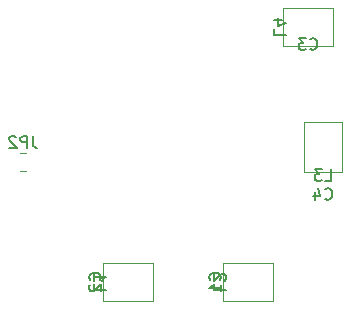
<source format=gbr>
%TF.GenerationSoftware,KiCad,Pcbnew,5.1.10*%
%TF.CreationDate,2022-04-07T14:12:36+02:00*%
%TF.ProjectId,breakoutPcb,62726561-6b6f-4757-9450-63622e6b6963,rev?*%
%TF.SameCoordinates,Original*%
%TF.FileFunction,Legend,Bot*%
%TF.FilePolarity,Positive*%
%FSLAX46Y46*%
G04 Gerber Fmt 4.6, Leading zero omitted, Abs format (unit mm)*
G04 Created by KiCad (PCBNEW 5.1.10) date 2022-04-07 14:12:36*
%MOMM*%
%LPD*%
G01*
G04 APERTURE LIST*
%ADD10C,0.120000*%
%ADD11C,0.150000*%
G04 APERTURE END LIST*
D10*
%TO.C,L4*%
X85530000Y-65710000D02*
X85530000Y-68910000D01*
X89730000Y-65710000D02*
X85530000Y-65710000D01*
X89730000Y-68910000D02*
X89730000Y-65710000D01*
X85530000Y-68910000D02*
X89730000Y-68910000D01*
%TO.C,L3*%
X87300000Y-79570000D02*
X90500000Y-79570000D01*
X87300000Y-75370000D02*
X87300000Y-79570000D01*
X90500000Y-75370000D02*
X87300000Y-75370000D01*
X90500000Y-79570000D02*
X90500000Y-75370000D01*
%TO.C,L2*%
X80450000Y-87300000D02*
X80450000Y-90500000D01*
X84650000Y-87300000D02*
X80450000Y-87300000D01*
X84650000Y-90500000D02*
X84650000Y-87300000D01*
X80450000Y-90500000D02*
X84650000Y-90500000D01*
%TO.C,L1*%
X70290000Y-87300000D02*
X70290000Y-90500000D01*
X74490000Y-87300000D02*
X70290000Y-87300000D01*
X74490000Y-90500000D02*
X74490000Y-87300000D01*
X70290000Y-90500000D02*
X74490000Y-90500000D01*
%TO.C,JP2*%
X63727064Y-78005000D02*
X63272936Y-78005000D01*
X63727064Y-79475000D02*
X63272936Y-79475000D01*
%TO.C,L4*%
D11*
X84752619Y-67476666D02*
X84752619Y-67952857D01*
X85752619Y-67952857D01*
X85419285Y-66714761D02*
X84752619Y-66714761D01*
X85800238Y-66952857D02*
X85085952Y-67190952D01*
X85085952Y-66571904D01*
%TO.C,L3*%
X89066666Y-80347380D02*
X89542857Y-80347380D01*
X89542857Y-79347380D01*
X88828571Y-79347380D02*
X88209523Y-79347380D01*
X88542857Y-79728333D01*
X88400000Y-79728333D01*
X88304761Y-79775952D01*
X88257142Y-79823571D01*
X88209523Y-79918809D01*
X88209523Y-80156904D01*
X88257142Y-80252142D01*
X88304761Y-80299761D01*
X88400000Y-80347380D01*
X88685714Y-80347380D01*
X88780952Y-80299761D01*
X88828571Y-80252142D01*
%TO.C,L2*%
X79672619Y-89066666D02*
X79672619Y-89542857D01*
X80672619Y-89542857D01*
X80577380Y-88780952D02*
X80625000Y-88733333D01*
X80672619Y-88638095D01*
X80672619Y-88400000D01*
X80625000Y-88304761D01*
X80577380Y-88257142D01*
X80482142Y-88209523D01*
X80386904Y-88209523D01*
X80244047Y-88257142D01*
X79672619Y-88828571D01*
X79672619Y-88209523D01*
%TO.C,L1*%
X69512619Y-89066666D02*
X69512619Y-89542857D01*
X70512619Y-89542857D01*
X69512619Y-88209523D02*
X69512619Y-88780952D01*
X69512619Y-88495238D02*
X70512619Y-88495238D01*
X70369761Y-88590476D01*
X70274523Y-88685714D01*
X70226904Y-88780952D01*
%TO.C,JP2*%
X64333333Y-76542380D02*
X64333333Y-77256666D01*
X64380952Y-77399523D01*
X64476190Y-77494761D01*
X64619047Y-77542380D01*
X64714285Y-77542380D01*
X63857142Y-77542380D02*
X63857142Y-76542380D01*
X63476190Y-76542380D01*
X63380952Y-76590000D01*
X63333333Y-76637619D01*
X63285714Y-76732857D01*
X63285714Y-76875714D01*
X63333333Y-76970952D01*
X63380952Y-77018571D01*
X63476190Y-77066190D01*
X63857142Y-77066190D01*
X62904761Y-76637619D02*
X62857142Y-76590000D01*
X62761904Y-76542380D01*
X62523809Y-76542380D01*
X62428571Y-76590000D01*
X62380952Y-76637619D01*
X62333333Y-76732857D01*
X62333333Y-76828095D01*
X62380952Y-76970952D01*
X62952380Y-77542380D01*
X62333333Y-77542380D01*
%TO.C,C4*%
X89066666Y-81857142D02*
X89114285Y-81904761D01*
X89257142Y-81952380D01*
X89352380Y-81952380D01*
X89495238Y-81904761D01*
X89590476Y-81809523D01*
X89638095Y-81714285D01*
X89685714Y-81523809D01*
X89685714Y-81380952D01*
X89638095Y-81190476D01*
X89590476Y-81095238D01*
X89495238Y-81000000D01*
X89352380Y-80952380D01*
X89257142Y-80952380D01*
X89114285Y-81000000D01*
X89066666Y-81047619D01*
X88209523Y-81285714D02*
X88209523Y-81952380D01*
X88447619Y-80904761D02*
X88685714Y-81619047D01*
X88066666Y-81619047D01*
%TO.C,C3*%
X87796666Y-69157142D02*
X87844285Y-69204761D01*
X87987142Y-69252380D01*
X88082380Y-69252380D01*
X88225238Y-69204761D01*
X88320476Y-69109523D01*
X88368095Y-69014285D01*
X88415714Y-68823809D01*
X88415714Y-68680952D01*
X88368095Y-68490476D01*
X88320476Y-68395238D01*
X88225238Y-68300000D01*
X88082380Y-68252380D01*
X87987142Y-68252380D01*
X87844285Y-68300000D01*
X87796666Y-68347619D01*
X87463333Y-68252380D02*
X86844285Y-68252380D01*
X87177619Y-68633333D01*
X87034761Y-68633333D01*
X86939523Y-68680952D01*
X86891904Y-68728571D01*
X86844285Y-68823809D01*
X86844285Y-69061904D01*
X86891904Y-69157142D01*
X86939523Y-69204761D01*
X87034761Y-69252380D01*
X87320476Y-69252380D01*
X87415714Y-69204761D01*
X87463333Y-69157142D01*
%TO.C,C2*%
X69987142Y-88733333D02*
X70034761Y-88685714D01*
X70082380Y-88542857D01*
X70082380Y-88447619D01*
X70034761Y-88304761D01*
X69939523Y-88209523D01*
X69844285Y-88161904D01*
X69653809Y-88114285D01*
X69510952Y-88114285D01*
X69320476Y-88161904D01*
X69225238Y-88209523D01*
X69130000Y-88304761D01*
X69082380Y-88447619D01*
X69082380Y-88542857D01*
X69130000Y-88685714D01*
X69177619Y-88733333D01*
X69177619Y-89114285D02*
X69130000Y-89161904D01*
X69082380Y-89257142D01*
X69082380Y-89495238D01*
X69130000Y-89590476D01*
X69177619Y-89638095D01*
X69272857Y-89685714D01*
X69368095Y-89685714D01*
X69510952Y-89638095D01*
X70082380Y-89066666D01*
X70082380Y-89685714D01*
%TO.C,C1*%
X80147142Y-88733333D02*
X80194761Y-88685714D01*
X80242380Y-88542857D01*
X80242380Y-88447619D01*
X80194761Y-88304761D01*
X80099523Y-88209523D01*
X80004285Y-88161904D01*
X79813809Y-88114285D01*
X79670952Y-88114285D01*
X79480476Y-88161904D01*
X79385238Y-88209523D01*
X79290000Y-88304761D01*
X79242380Y-88447619D01*
X79242380Y-88542857D01*
X79290000Y-88685714D01*
X79337619Y-88733333D01*
X80242380Y-89685714D02*
X80242380Y-89114285D01*
X80242380Y-89400000D02*
X79242380Y-89400000D01*
X79385238Y-89304761D01*
X79480476Y-89209523D01*
X79528095Y-89114285D01*
%TD*%
M02*

</source>
